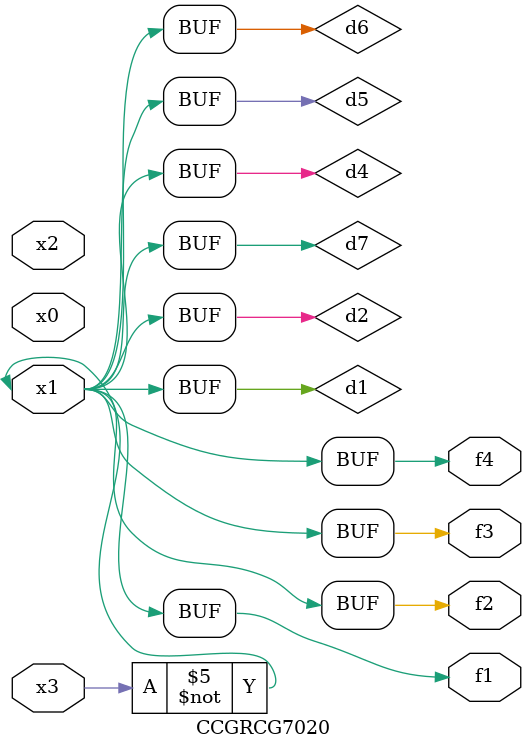
<source format=v>
module CCGRCG7020(
	input x0, x1, x2, x3,
	output f1, f2, f3, f4
);

	wire d1, d2, d3, d4, d5, d6, d7;

	not (d1, x3);
	buf (d2, x1);
	xnor (d3, d1, d2);
	nor (d4, d1);
	buf (d5, d1, d2);
	buf (d6, d4, d5);
	nand (d7, d4);
	assign f1 = d6;
	assign f2 = d7;
	assign f3 = d6;
	assign f4 = d6;
endmodule

</source>
